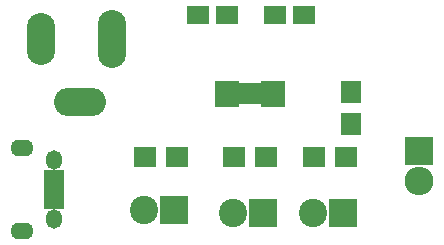
<source format=gbr>
G04 #@! TF.FileFunction,Soldermask,Top*
%FSLAX46Y46*%
G04 Gerber Fmt 4.6, Leading zero omitted, Abs format (unit mm)*
G04 Created by KiCad (PCBNEW 4.0.3-stable) date Tue Sep  6 15:13:03 2016*
%MOMM*%
%LPD*%
G01*
G04 APERTURE LIST*
%ADD10C,0.100000*%
%ADD11R,2.150000X0.700000*%
%ADD12R,1.275000X1.125000*%
%ADD13R,1.900000X1.650000*%
%ADD14R,2.400000X2.400000*%
%ADD15C,2.400000*%
%ADD16O,4.400500X2.398980*%
%ADD17O,2.398980X4.400500*%
%ADD18O,2.398980X4.900880*%
%ADD19R,2.432000X2.432000*%
%ADD20O,2.432000X2.432000*%
%ADD21R,1.750000X0.800000*%
%ADD22O,1.350000X1.650000*%
%ADD23O,1.950000X1.400000*%
%ADD24R,1.900000X1.700000*%
%ADD25R,1.700000X1.900000*%
G04 APERTURE END LIST*
D10*
D11*
X150487500Y-93387500D03*
X150487500Y-93887500D03*
X150487500Y-94387500D03*
X150487500Y-94887500D03*
X154387500Y-94887500D03*
X154387500Y-94387500D03*
X154387500Y-93887500D03*
X154387500Y-93387500D03*
D12*
X152875000Y-94500000D03*
X152875000Y-93775000D03*
X152000000Y-94500000D03*
X152000000Y-93775000D03*
D13*
X148000000Y-87500000D03*
X150500000Y-87500000D03*
X154500000Y-87500000D03*
X157000000Y-87500000D03*
D14*
X153500000Y-104250000D03*
D15*
X150960000Y-104250000D03*
D14*
X160250000Y-104250000D03*
D15*
X157710000Y-104250000D03*
D16*
X138001200Y-94800980D03*
D17*
X134750000Y-89500000D03*
D18*
X140752020Y-89500000D03*
D19*
X166750000Y-99000000D03*
D20*
X166750000Y-101540000D03*
D21*
X135812540Y-100949100D03*
X135812540Y-101599100D03*
X135812540Y-102249100D03*
X135812540Y-102899100D03*
X135812540Y-103549100D03*
D22*
X135812540Y-99749100D03*
X135812540Y-104749100D03*
D23*
X133112540Y-98749100D03*
X133112540Y-105749100D03*
D14*
X146000000Y-104000000D03*
D15*
X143460000Y-104000000D03*
D24*
X143500000Y-99500000D03*
X146200000Y-99500000D03*
X151050000Y-99500000D03*
X153750000Y-99500000D03*
D25*
X161000000Y-96700000D03*
X161000000Y-94000000D03*
D24*
X157799998Y-99500000D03*
X160499998Y-99500000D03*
M02*

</source>
